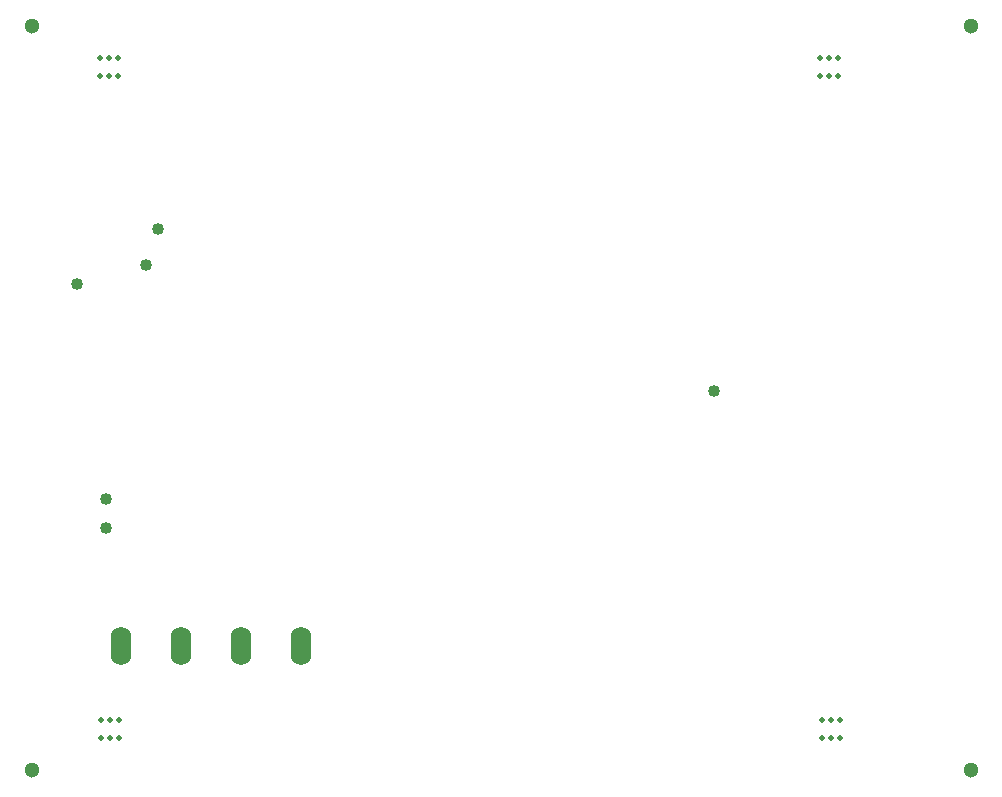
<source format=gbr>
%TF.GenerationSoftware,KiCad,Pcbnew,(6.0.5)*%
%TF.CreationDate,2023-01-06T16:04:04-06:00*%
%TF.ProjectId,NFC_BusinessCard,4e46435f-4275-4736-996e-657373436172,1*%
%TF.SameCoordinates,Original*%
%TF.FileFunction,Soldermask,Bot*%
%TF.FilePolarity,Negative*%
%FSLAX46Y46*%
G04 Gerber Fmt 4.6, Leading zero omitted, Abs format (unit mm)*
G04 Created by KiCad (PCBNEW (6.0.5)) date 2023-01-06 16:04:04*
%MOMM*%
%LPD*%
G01*
G04 APERTURE LIST*
%ADD10C,1.300000*%
%ADD11C,1.011200*%
%ADD12C,0.500000*%
%ADD13O,1.727200X3.251200*%
G04 APERTURE END LIST*
D10*
%TO.C,REF\u002A\u002A*%
X69333514Y-88967155D03*
%TD*%
D11*
%TO.C,*%
X80010314Y-43120155D03*
%TD*%
D12*
%TO.C,mouse-bite-2mm-slot*%
X137033514Y-86192155D03*
X137783514Y-84692155D03*
X136283514Y-86192155D03*
X137783514Y-86192155D03*
X137033514Y-84692155D03*
X136283514Y-84692155D03*
%TD*%
D10*
%TO.C,REF\u002A\u002A*%
X148833514Y-25967155D03*
%TD*%
D11*
%TO.C,*%
X75641514Y-66030955D03*
%TD*%
%TO.C,*%
X75641514Y-68418555D03*
%TD*%
D10*
%TO.C,REF\u002A\u002A*%
X69333514Y-25967155D03*
%TD*%
D11*
%TO.C,ANT0*%
X127108614Y-56823255D03*
%TD*%
%TO.C,*%
X79045114Y-46168155D03*
%TD*%
D12*
%TO.C,mouse-bite-2mm-slot*%
X76670914Y-28679555D03*
X75920914Y-28679555D03*
X75170914Y-28679555D03*
X75920914Y-30179555D03*
X75170914Y-30179555D03*
X76670914Y-30179555D03*
%TD*%
D10*
%TO.C,REF\u002A\u002A*%
X148833514Y-88967155D03*
%TD*%
D12*
%TO.C,mouse-bite-2mm-slot*%
X137580114Y-28679555D03*
X136080114Y-28679555D03*
X136830114Y-30179555D03*
X137580114Y-30179555D03*
X136830114Y-28679555D03*
X136080114Y-30179555D03*
%TD*%
%TO.C,mouse-bite-2mm-slot*%
X75247114Y-84711955D03*
X75997114Y-86211955D03*
X76747114Y-86211955D03*
X75247114Y-86211955D03*
X75997114Y-84711955D03*
X76747114Y-84711955D03*
%TD*%
D11*
%TO.C,*%
X73203114Y-47793755D03*
%TD*%
D13*
%TO.C,CONTACT INFO*%
X76911514Y-78476955D03*
X81991514Y-78476955D03*
X87071514Y-78476955D03*
X92151514Y-78476955D03*
%TD*%
M02*

</source>
